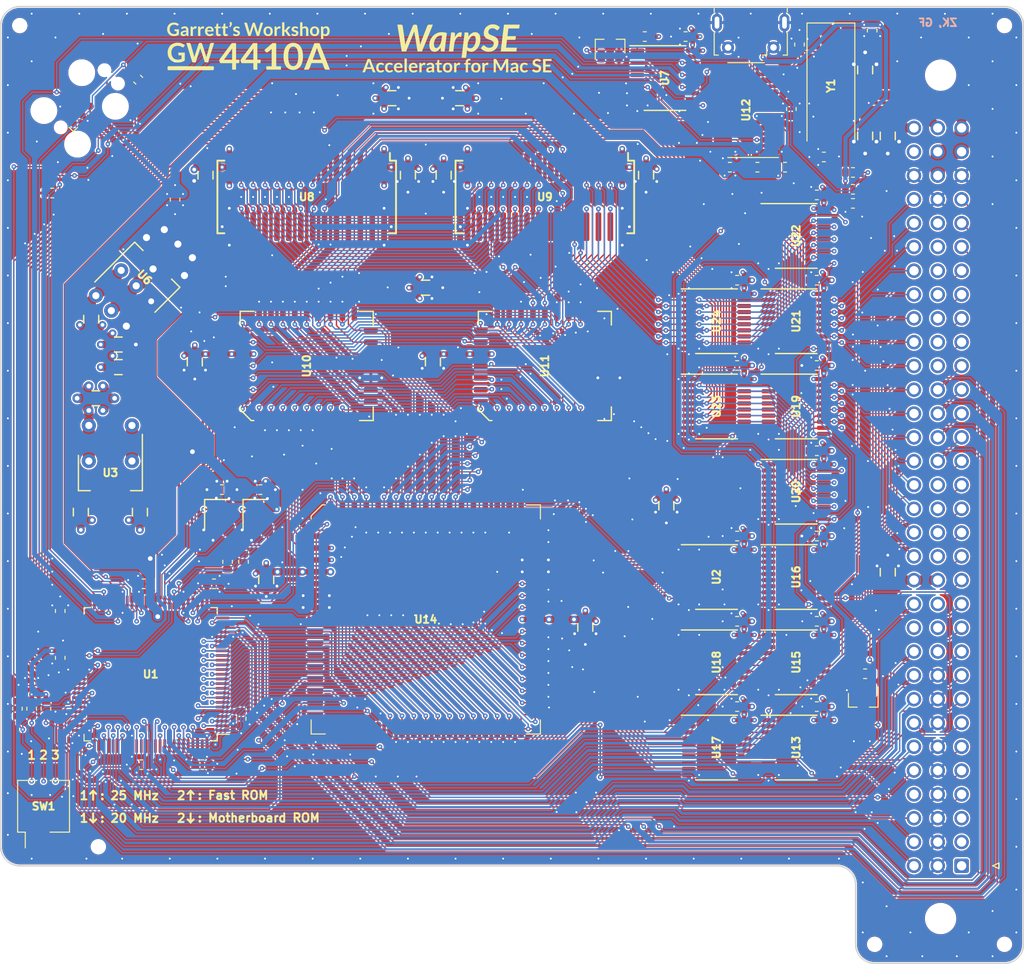
<source format=kicad_pcb>
(kicad_pcb (version 20211014) (generator pcbnew)

  (general
    (thickness 1.6)
  )

  (paper "A4")
  (layers
    (0 "F.Cu" signal)
    (1 "In1.Cu" power)
    (2 "In2.Cu" power)
    (31 "B.Cu" signal)
    (32 "B.Adhes" user "B.Adhesive")
    (33 "F.Adhes" user "F.Adhesive")
    (34 "B.Paste" user)
    (35 "F.Paste" user)
    (36 "B.SilkS" user "B.Silkscreen")
    (37 "F.SilkS" user "F.Silkscreen")
    (38 "B.Mask" user)
    (39 "F.Mask" user)
    (40 "Dwgs.User" user "User.Drawings")
    (41 "Cmts.User" user "User.Comments")
    (42 "Eco1.User" user "User.Eco1")
    (43 "Eco2.User" user "User.Eco2")
    (44 "Edge.Cuts" user)
    (45 "Margin" user)
    (46 "B.CrtYd" user "B.Courtyard")
    (47 "F.CrtYd" user "F.Courtyard")
    (48 "B.Fab" user)
    (49 "F.Fab" user)
  )

  (setup
    (pad_to_mask_clearance 0.05)
    (pcbplotparams
      (layerselection 0x00010fc_ffffffff)
      (disableapertmacros false)
      (usegerberextensions true)
      (usegerberattributes false)
      (usegerberadvancedattributes false)
      (creategerberjobfile false)
      (svguseinch false)
      (svgprecision 6)
      (excludeedgelayer true)
      (plotframeref false)
      (viasonmask false)
      (mode 1)
      (useauxorigin false)
      (hpglpennumber 1)
      (hpglpenspeed 20)
      (hpglpendiameter 15.000000)
      (dxfpolygonmode true)
      (dxfimperialunits true)
      (dxfusepcbnewfont true)
      (psnegative false)
      (psa4output false)
      (plotreference true)
      (plotvalue true)
      (plotinvisibletext false)
      (sketchpadsonfab false)
      (subtractmaskfromsilk true)
      (outputformat 1)
      (mirror false)
      (drillshape 0)
      (scaleselection 1)
      (outputdirectory "gerber/")
    )
  )

  (net 0 "")
  (net 1 "GND")
  (net 2 "+5V")
  (net 3 "+3V3")
  (net 4 "-5V")
  (net 5 "+12V")
  (net 6 "-12V")
  (net 7 "Net-(C46-Pad1)")
  (net 8 "unconnected-(J1-PadA1)")
  (net 9 "unconnected-(J1-PadA2)")
  (net 10 "unconnected-(J1-PadA3)")
  (net 11 "/Buf/MacA1")
  (net 12 "/Buf/MacA2")
  (net 13 "/Buf/MacA3")
  (net 14 "/Buf/MacA4")
  (net 15 "/Buf/MacA5")
  (net 16 "/Buf/MacA6")
  (net 17 "/Buf/MacA7")
  (net 18 "/Buf/MacA8")
  (net 19 "/Buf/MacA9")
  (net 20 "/Buf/MacA10")
  (net 21 "/Buf/MacA11")
  (net 22 "/Buf/MacA12")
  (net 23 "/Buf/MacA13")
  (net 24 "/Buf/MacA14")
  (net 25 "/Control/~{RESET}")
  (net 26 "/Buf/MacA15")
  (net 27 "/Control/Mac~{AS}")
  (net 28 "/Control/Mac~{UDS}")
  (net 29 "/Control/Mac~{LDS}")
  (net 30 "/Buf/Mac~{R}W")
  (net 31 "/Control/Mac~{DTACK}")
  (net 32 "/Buf/MacA16")
  (net 33 "/Control/Mac~{VMA}")
  (net 34 "/Control/Mac~{VPA}")
  (net 35 "/Buf/MacA17")
  (net 36 "/Buf/MacA18")
  (net 37 "/Buf/MacA19")
  (net 38 "/Buf/MacA20")
  (net 39 "/Buf/MacA21")
  (net 40 "/Buf/MacA22")
  (net 41 "/Buf/MacA23")
  (net 42 "/Control/Mac~{BERR}")
  (net 43 "/Control/~{IPL}2")
  (net 44 "/MC68k/~{IPL}1")
  (net 45 "/MC68k/~{IPL}0")
  (net 46 "/Control/MacE")
  (net 47 "unconnected-(J1-PadB10)")
  (net 48 "unconnected-(J1-PadB11)")
  (net 49 "/Control/C16M")
  (net 50 "/Control/C8M")
  (net 51 "unconnected-(J1-PadB12)")
  (net 52 "unconnected-(J1-PadB22)")
  (net 53 "unconnected-(J1-PadB23)")
  (net 54 "unconnected-(J1-PadB24)")
  (net 55 "unconnected-(J1-PadB25)")
  (net 56 "unconnected-(J1-PadB26)")
  (net 57 "unconnected-(J1-PadB27)")
  (net 58 "unconnected-(J1-PadB28)")
  (net 59 "/Control/Mac~{BR}")
  (net 60 "unconnected-(J1-PadC11)")
  (net 61 "/Buf/MacD0")
  (net 62 "/Buf/MacD1")
  (net 63 "/Buf/MacD2")
  (net 64 "/Buf/MacD3")
  (net 65 "/Buf/MacD4")
  (net 66 "/Buf/MacD5")
  (net 67 "/Buf/MacD6")
  (net 68 "/Buf/MacD7")
  (net 69 "/Buf/MacD8")
  (net 70 "/Buf/MacD9")
  (net 71 "/Buf/MacD10")
  (net 72 "/Buf/MacD11")
  (net 73 "/Buf/MacD12")
  (net 74 "/Buf/MacD13")
  (net 75 "/Buf/MacD14")
  (net 76 "/Buf/MacD15")
  (net 77 "unconnected-(J1-PadC31)")
  (net 78 "/Control/TMS")
  (net 79 "/Control/TCK")
  (net 80 "/Prog/TDO")
  (net 81 "/Control/TDI")
  (net 82 "Net-(J3-Pad3)")
  (net 83 "unconnected-(J2-Pad6)")
  (net 84 "/Prog/USB5V")
  (net 85 "Net-(J3-Pad2)")
  (net 86 "Net-(R1-Pad1)")
  (net 87 "unconnected-(J2-Pad7)")
  (net 88 "unconnected-(J2-Pad8)")
  (net 89 "/Control/SW1")
  (net 90 "/Clk.sch/CK20EN")
  (net 91 "unconnected-(J3-Pad4)")
  (net 92 "/Clk.sch/MCLK")
  (net 93 "/Clk.sch/RCLK")
  (net 94 "unconnected-(U1-Pad1)")
  (net 95 "/Control/Acc~{VPA}")
  (net 96 "/Control/Acc~{BERR}")
  (net 97 "/Buf/Din~{OE}")
  (net 98 "/Buf/Dout~{OE}")
  (net 99 "/Buf/Aout~{OE}")
  (net 100 "/Buf/DinLE")
  (net 101 "/Buf/ADoutLE0")
  (net 102 "/Buf/ADoutLE1")
  (net 103 "/Buf/AccA5")
  (net 104 "/Buf/AccA6")
  (net 105 "/Buf/AccA7")
  (net 106 "/Buf/AccA8")
  (net 107 "/Buf/AccA9")
  (net 108 "/Control/U~{WE}")
  (net 109 "/Control/L~{WE}")
  (net 110 "/Control/~{RAS}")
  (net 111 "/Control/RA11")
  (net 112 "/Clk.sch/CK25EN")
  (net 113 "/Buf/AccA10")
  (net 114 "/Control/RA9")
  (net 115 "/Control/RA10")
  (net 116 "/Control/RA8")
  (net 117 "/Control/RA0")
  (net 118 "/Control/RA7")
  (net 119 "/Control/RA1")
  (net 120 "/Buf/AccA11")
  (net 121 "/Control/RA6")
  (net 122 "/Control/RA2")
  (net 123 "/Control/RA5")
  (net 124 "/Control/RA3")
  (net 125 "/Control/RA4")
  (net 126 "/Buf/AccA12")
  (net 127 "/Control/~{OE}")
  (net 128 "/Control/~{CAS}")
  (net 129 "/Control/ROM~{CS}")
  (net 130 "/Control/ROM~{WE}")
  (net 131 "/Control/Acc~{UDS}")
  (net 132 "/Control/Acc~{AS}")
  (net 133 "/Control/Acc~{LDS}")
  (net 134 "/Buf/AccA13")
  (net 135 "/Control/Acc~{DTACK}")
  (net 136 "/Buf/AccA14")
  (net 137 "/Buf/AccA15")
  (net 138 "/Buf/AccA16")
  (net 139 "/Buf/AccA17")
  (net 140 "/Buf/AccA18")
  (net 141 "/Buf/AccA19")
  (net 142 "/Buf/AccA20")
  (net 143 "/Buf/AccA21")
  (net 144 "/Buf/AccA22")
  (net 145 "/Buf/AccA23")
  (net 146 "/Buf/Acc~{R}W")
  (net 147 "unconnected-(U1-Pad39)")
  (net 148 "unconnected-(U1-Pad49)")
  (net 149 "/Control/SW2")
  (net 150 "unconnected-(U1-Pad68)")
  (net 151 "Net-(Q1-Pad1)")
  (net 152 "unconnected-(U1-Pad71)")
  (net 153 "/Control/Mac~{BG}")
  (net 154 "Net-(U16-Pad2)")
  (net 155 "Net-(U16-Pad3)")
  (net 156 "Net-(U16-Pad4)")
  (net 157 "Net-(U16-Pad5)")
  (net 158 "Net-(U16-Pad6)")
  (net 159 "Net-(U16-Pad7)")
  (net 160 "Net-(U16-Pad8)")
  (net 161 "Net-(U16-Pad9)")
  (net 162 "/Buf/AccD6")
  (net 163 "/Buf/AccD7")
  (net 164 "/Buf/AccD5")
  (net 165 "/Buf/AccD3")
  (net 166 "/Buf/AccD1")
  (net 167 "/Buf/AccD2")
  (net 168 "/Buf/AccD4")
  (net 169 "/Buf/AccD14")
  (net 170 "/Buf/AccD15")
  (net 171 "/Buf/AccD13")
  (net 172 "/Buf/AccD11")
  (net 173 "/Buf/AccD9")
  (net 174 "/Buf/AccD8")
  (net 175 "/Buf/AccD10")
  (net 176 "/Buf/AccD12")
  (net 177 "/Buf/AccA1")
  (net 178 "/Buf/AccA2")
  (net 179 "/Buf/AccA3")
  (net 180 "Net-(U13-Pad2)")
  (net 181 "Net-(U13-Pad3)")
  (net 182 "Net-(U13-Pad4)")
  (net 183 "Net-(U13-Pad5)")
  (net 184 "Net-(U13-Pad6)")
  (net 185 "Net-(U13-Pad7)")
  (net 186 "Net-(U13-Pad8)")
  (net 187 "Net-(U13-Pad9)")
  (net 188 "/Buf/AccA4")
  (net 189 "unconnected-(U1-Pad99)")
  (net 190 "unconnected-(U7-Pad12)")
  (net 191 "unconnected-(U7-Pad13)")
  (net 192 "unconnected-(U7-Pad15)")
  (net 193 "unconnected-(U7-Pad17)")
  (net 194 "unconnected-(U7-Pad19)")
  (net 195 "unconnected-(U12-Pad10)")
  (net 196 "Net-(U15-Pad2)")
  (net 197 "Net-(U15-Pad3)")
  (net 198 "Net-(U15-Pad4)")
  (net 199 "Net-(U15-Pad5)")
  (net 200 "Net-(U15-Pad6)")
  (net 201 "Net-(U15-Pad7)")
  (net 202 "Net-(U15-Pad8)")
  (net 203 "Net-(U15-Pad9)")
  (net 204 "Net-(U19-Pad2)")
  (net 205 "Net-(U19-Pad3)")
  (net 206 "Net-(U19-Pad4)")
  (net 207 "Net-(U19-Pad5)")
  (net 208 "Net-(U19-Pad6)")
  (net 209 "Net-(U19-Pad7)")
  (net 210 "Net-(U19-Pad8)")
  (net 211 "Net-(U19-Pad9)")
  (net 212 "Net-(U21-Pad2)")
  (net 213 "Net-(U21-Pad3)")
  (net 214 "Net-(U21-Pad4)")
  (net 215 "Net-(U21-Pad5)")
  (net 216 "Net-(U21-Pad6)")
  (net 217 "Net-(U21-Pad7)")
  (net 218 "Net-(U21-Pad8)")
  (net 219 "Net-(U21-Pad9)")
  (net 220 "Net-(R5-Pad1)")
  (net 221 "Net-(C47-Pad1)")
  (net 222 "unconnected-(U12-Pad11)")
  (net 223 "unconnected-(U12-Pad12)")
  (net 224 "unconnected-(U14-Pad11)")
  (net 225 "unconnected-(U14-Pad18)")
  (net 226 "unconnected-(U14-Pad21)")
  (net 227 "unconnected-(U14-Pad22)")
  (net 228 "unconnected-(U14-Pad28)")
  (net 229 "/Prog/UTCK")
  (net 230 "Net-(C48-Pad1)")
  (net 231 "/Prog/JTAG~{OE}")
  (net 232 "/Control/SW0")
  (net 233 "Net-(R9-Pad2)")
  (net 234 "/Prog/UTMS")
  (net 235 "/Prog/UTDI")
  (net 236 "unconnected-(U14-Pad29)")
  (net 237 "unconnected-(U14-Pad30)")
  (net 238 "unconnected-(U14-Pad31)")
  (net 239 "unconnected-(J1-PadC4)")

  (footprint "stdpads:C_0805" (layer "F.Cu") (at 112.903 71.208 -90))

  (footprint "stdpads:C_0805" (layer "F.Cu") (at 115.7995 73.914 180))

  (footprint "stdpads:C_0805" (layer "F.Cu") (at 115.7995 76.327 180))

  (footprint "stdpads:C_0603" (layer "F.Cu") (at 130.95 89.4 180))

  (footprint "stdpads:C_0805" (layer "F.Cu") (at 113.4 79.65))

  (footprint "stdpads:TQFP-100_14x14mm_P0.5mm" (layer "F.Cu") (at 119.25 109.1 90))

  (footprint "stdpads:C_0805" (layer "F.Cu") (at 195.453 44.616 90))

  (footprint "stdpads:C_0805" (layer "F.Cu") (at 195.453 51.65 -90))

  (footprint "stdpads:C_0805" (layer "F.Cu") (at 197.866 51.65 -90))

  (footprint "stdpads:SOT-223" (layer "F.Cu") (at 118.6 66.75 -135))

  (footprint "stdpads:SOJ-28_300mil" (layer "F.Cu") (at 161.29 58.166 -90))

  (footprint "stdpads:DIN41612_R_3x32_Male_Vertical_THT" (layer "F.Cu") (at 205.74 129.54 180))

  (footprint "stdpads:C_0603" (layer "F.Cu") (at 126 99.45))

  (footprint "stdpads:TSSOP-20_4.4x6.5mm_P0.65mm" (layer "F.Cu") (at 179.6 98.725 -90))

  (footprint "stdpads:C_0603" (layer "F.Cu") (at 181.8 94.35 180))

  (footprint "stdpads:C_0603" (layer "F.Cu") (at 190.3 57.95 180))

  (footprint "stdpads:C_0603" (layer "F.Cu") (at 190.3 94.35 180))

  (footprint "stdpads:C_0603" (layer "F.Cu") (at 190.3 85.25 180))

  (footprint "stdpads:C_0603" (layer "F.Cu") (at 181.8 112.55 180))

  (footprint "stdpads:C_0603" (layer "F.Cu") (at 190.3 112.55 180))

  (footprint "stdpads:C_0603" (layer "F.Cu") (at 190.3 67.05 180))

  (footprint "stdpads:C_0603" (layer "F.Cu") (at 181.8 67.05 180))

  (footprint "stdpads:C_0603" (layer "F.Cu") (at 181.8 76.15 180))

  (footprint "stdpads:C_0603" (layer "F.Cu") (at 181.8 103.45 180))

  (footprint "stdpads:C_0603" (layer "F.Cu") (at 190.3 103.45 180))

  (footprint "stdpads:C_0805" (layer "F.Cu") (at 197.866 98.21 90))

  (footprint "stdpads:C_0805" (layer "F.Cu") (at 131.572 99.021 -90))

  (footprint "stdpads:C_0805" (layer "F.Cu") (at 165.608 104.101 -90))

  (footprint "stdpads:TSSOP-20_4.4x6.5mm_P0.65mm" (layer "F.Cu") (at 179.6 71.425 -90))

  (footprint "stdpads:TSSOP-20_4.4x6.5mm_P0.65mm" (layer "F.Cu") (at 179.6 80.525 -90))

  (footprint "stdpads:TSSOP-20_4.4x6.5mm_P0.65mm" (layer "F.Cu") (at 188.1 62.325 -90))

  (footprint "stdpads:TSSOP-20_4.4x6.5mm_P0.65mm" (layer "F.Cu") (at 188.1 71.425 -90))

  (footprint "stdpads:TSSOP-20_4.4x6.5mm_P0.65mm" (layer "F.Cu") (at 188.1 89.625 -90))

  (footprint "stdpads:TSSOP-20_4.4x6.5mm_P0.65mm" (layer "F.Cu") (at 188.1 80.525 -90))

  (footprint "stdpads:TSSOP-20_4.4x6.5mm_P0.65mm" (layer "F.Cu")
    (tedit 5F27C9F6) (tstamp 00000000-0000-0000-0000-000061aa2d37)
    (at 179.6 107.825 -90)
    (descr "20-Lead Plastic Thin Shrink Small Outline (ST)-4.4 mm Body [TSSOP] (see Microchip Packaging Specification 00000049BS.pdf)")
    (tags "SSOP 0.65")
    (property "LCSC Part" "C141311")
    (property "Sheetfile" "Buf.kicad_sch")
    (property "Sheetname" "Buf")
    (path "/00000000-0000-0000-0000-000060941922/00000000-0000-0000-0000-00006169e1cd")
    (solder_mask_margin 0.024)
    (solder_paste_margin -0.04)
    (attr smd)
    (fp_text reference "U18" (at 0 0 -90) (layer "F.Fab")
      (effects (font (size 0.8128 0.8128) (thickness 0.2032)))
      (tstamp 19e8b3da-5a76-44f4-be83-5c297aa9ef95)
    )
    (fp_text value "74AHCT573PW" (at 0 1.016 -90) (layer "F.Fab")
      (effects (font (size 0.508 0.508) (thickness 0.127)))
      (tstamp 662a8514-1b9b-4418-a29f-6aa66f885940)
    )
    (fp_text user "${REFERENCE}" (at 0 0 90) (layer "F.SilkS")
      (effects (font (size 0.8128 0.8128) (thickness 0.2032)))
      (tstamp ea2a4273-2d39-4c2f-8cc2-c17baa70c675)
    )
    (fp_line (start 3.45 2.225) (end 3.45 -2.225) (layer "F.SilkS") (width 0.15) (tstamp 17f8435c-0e86-4886-be46-0a164f26bb29))
    (fp_line (start -3.45 3.75) (end -3.45 -2.225) (layer "F.SilkS") (width 0.15) (tstamp 2e8416ea-c257-418c-b887-4a7d7449aebf))
    (fp_line (start 3.55 3.95) (end 3.55 -3.95) (layer "F.CrtYd") (width 0.05) (tstamp 0ba7e067-3104-4059-a2fb-d0319a7b2322))
    (fp_line (start -3.55 3.95) (end -3.55 -3.95) (layer "F.CrtYd") (width 0.05) (tstamp 1e0b6f7b-2c6b-443e-8636-b6a0e805e042))
    (fp_line (start -3.55 -3.95) (end 3.55 -3.95) (layer "F.CrtYd") (width 0.05) (tstamp a588ae46-6880-48b7-b8d0-a16cb00a56f2))
    (fp_line (start -3.55 3.95) (end 3.55 3.95) (layer "F.CrtYd") (width 0.05) (tstamp e44359bf-15ca-472d-b43e-b28686df2119))
    (fp_line (start -3.25 -2.2) (end 3.25 -2.2) (layer "F.Fab") (width 0.15) (tstamp 0272800b-99d
... [7977859 chars truncated]
</source>
